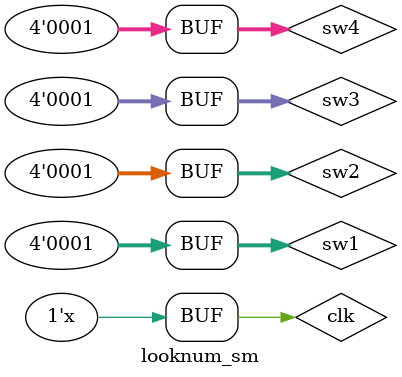
<source format=v>
`timescale 1ns / 1ps


module looknum_sm();
    reg clk;
    reg [3:0] sw1,sw2,sw3,sw4; 
    wire [7:0] dm1;
    wire [3:0] wm1;
    
    initial
    begin
        clk=0;
        sw1=4'b0001;
        sw2=4'b0001;
        sw3=4'b0001;
        sw4=4'b0001;
    end
    
    always
        #20 clk=~clk;

looknum u1(clk, sw1, sw2,sw3,sw4,dm1, wm1);
endmodule

</source>
